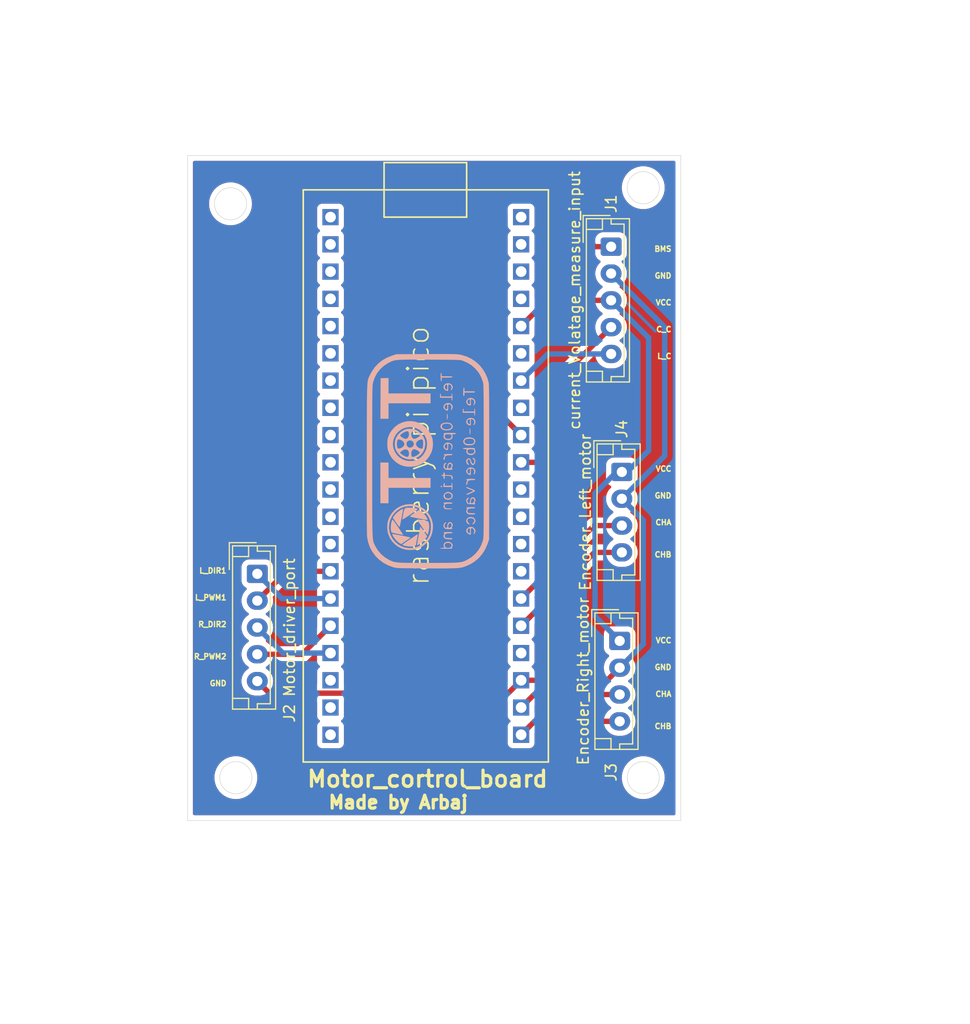
<source format=kicad_pcb>
(kicad_pcb (version 20240108) (generator "pcbnew") (generator_version "8.0")
  (layers (0 "F.Cu" signal) (31 "B.Cu" signal) (34 "B.Paste" user) (35 "F.Paste" user) (36 "B.SilkS" user "B.Silkscreen") (37 "F.SilkS" user "F.Silkscreen") (38 "B.Mask" user) (39 "F.Mask" user) (44 "Edge.Cuts" user))
  (net 0 "")
  (net 1 "Net-(J1-Pin_5)")
  (net 2 "Net-(J1-Pin_1)")
  (net 3 "Net-(J1-Pin_4)")
  (net 4 "Net-(J1-Pin_2)")
  (net 5 "Net-(J1-Pin_3)")
  (net 6 "Net-(J2-Pin_4)")
  (net 7 "Net-(J2-Pin_2)")
  (net 8 "Net-(J2-Pin_1)")
  (net 9 "Net-(J2-Pin_3)")
  (net 10 "Net-(J3-Pin_4)")
  (net 11 "Net-(J3-Pin_3)")
  (net 12 "Net-(J4-Pin_4)")
  (net 13 "Net-(J4-Pin_3)")
  (footprint "Connector_JST:JST_EH_B5B-EH-A_1x05_P2.50mm_Vertical" (layer "F.Cu") (at 174 82.5 -90)
    (property "Reference" "J1" (at -4 0 90) (layer "F.SilkS"))
    (property "Value" "current_Volatage_measure_input" (at 5 3.4 90) (layer "F.SilkS"))
    (pad "1" thru_hole roundrect (at 0 0 270) (size 1.7 1.95) (drill 0.95) (layers "*.Cu" "*.Mask") (roundrect_rratio 0.147059) (net 2 "Net-(J1-Pin_1)"))
    (pad "2" thru_hole oval (at 2.5 0 270) (size 1.7 1.95) (drill 0.95) (layers "*.Cu" "*.Mask") (net 4 "Net-(J1-Pin_2)"))
    (pad "3" thru_hole oval (at 5 0 270) (size 1.7 1.95) (drill 0.95) (layers "*.Cu" "*.Mask") (net 5 "Net-(J1-Pin_3)"))
    (pad "4" thru_hole oval (at 7.5 0 270) (size 1.7 1.95) (drill 0.95) (layers "*.Cu" "*.Mask") (net 3 "Net-(J1-Pin_4)"))
    (pad "5" thru_hole oval (at 10 0 270) (size 1.7 1.95) (drill 0.95) (layers "*.Cu" "*.Mask") (net 1 "Net-(J1-Pin_5)"))
  )
  (footprint "RASPBERRY_PI_PICO:RASPBERRY_PI_PICO" (layer "F.Cu") (at 156.7162 102.6012)
    (property "Reference" "U1" (hide yes))
    (property "Value" "RASPBERRY_PI_PICO")
    (fp_text user "rasberry pi pico" (at -0.7162 -0.6012 90) (layer "F.SilkS") (effects (font (size 2 2))))
    (pad "3V3" thru_hole rect (at 8.89 -12.7) (size 1.508 1.508) (drill 1) (layers "*.Cu" "*.Mask") (net 5 "Net-(J1-Pin_3)"))
    (pad "3V3_EN" thru_hole rect (at 8.89 -15.24) (size 1.508 1.508) (drill 1) (layers "*.Cu" "*.Mask"))
    (pad "ADC_VREF" thru_hole rect (at 8.89 -10.16) (size 1.508 1.508) (drill 1) (layers "*.Cu" "*.Mask"))
    (pad "AGND" thru_hole rect (at 8.89 -5.08) (size 1.508 1.508) (drill 1) (layers "*.Cu" "*.Mask"))
    (pad "GND" thru_hole rect (at 8.89 -17.78) (size 1.508 1.508) (drill 1) (layers "*.Cu" "*.Mask"))
    (pad "GND2" thru_hole rect (at 8.89 7.62) (size 1.508 1.508) (drill 1) (layers "*.Cu" "*.Mask"))
    (pad "GND3" thru_hole rect (at 8.89 20.32) (size 1.508 1.508) (drill 1) (layers "*.Cu" "*.Mask") (net 4 "Net-(J1-Pin_2)"))
    (pad "GND4" thru_hole rect (at -8.89 -17.78) (size 1.508 1.508) (drill 1) (layers "*.Cu" "*.Mask"))
    (pad "GND5" thru_hole rect (at -8.89 -5.08) (size 1.508 1.508) (drill 1) (layers "*.Cu" "*.Mask"))
    (pad "GND6" thru_hole rect (at -8.89 7.62) (size 1.508 1.508) (drill 1) (layers "*.Cu" "*.Mask"))
    (pad "GND7" thru_hole rect (at -8.89 20.32) (size 1.508 1.508) (drill 1) (layers "*.Cu" "*.Mask"))
    (pad "GP0" thru_hole rect (at -8.89 -22.86) (size 1.508 1.508) (drill 1) (layers "*.Cu" "*.Mask"))
    (pad "GP1" thru_hole rect (at -8.89 -20.32) (size 1.508 1.508) (drill 1) (layers "*.Cu" "*.Mask"))
    (pad "GP2" thru_hole rect (at -8.89 -15.24) (size 1.508 1.508) (drill 1) (layers "*.Cu" "*.Mask"))
    (pad "GP3" thru_hole rect (at -8.89 -12.7) (size 1.508 1.508) (drill 1) (layers "*.Cu" "*.Mask"))
    (pad "GP4" thru_hole rect (at -8.89 -10.16) (size 1.508 1.508) (drill 1) (layers "*.Cu" "*.Mask"))
    (pad "GP5" thru_hole rect (at -8.89 -7.62) (size 1.508 1.508) (drill 1) (layers "*.Cu" "*.Mask"))
    (pad "GP6" thru_hole rect (at -8.89 -2.54) (size 1.508 1.508) (drill 1) (layers "*.Cu" "*.Mask"))
    (pad "GP7" thru_hole rect (at -8.89 0) (size 1.508 1.508) (drill 1) (layers "*.Cu" "*.Mask"))
    (pad "GP8" thru_hole rect (at -8.89 2.54) (size 1.508 1.508) (drill 1) (layers "*.Cu" "*.Mask"))
    (pad "GP9" thru_hole rect (at -8.89 5.08) (size 1.508 1.508) (drill 1) (layers "*.Cu" "*.Mask"))
    (pad "GP10" thru_hole rect (at -8.89 10.16) (size 1.508 1.508) (drill 1) (layers "*.Cu" "*.Mask") (net 7 "Net-(J2-Pin_2)"))
    (pad "GP11" thru_hole rect (at -8.89 12.7) (size 1.508 1.508) (drill 1) (layers "*.Cu" "*.Mask") (net 8 "Net-(J2-Pin_1)"))
    (pad "GP12" thru_hole rect (at -8.89 15.24) (size 1.508 1.508) (drill 1) (layers "*.Cu" "*.Mask") (net 6 "Net-(J2-Pin_4)"))
    (pad "GP13" thru_hole rect (at -8.89 17.78) (size 1.508 1.508) (drill 1) (layers "*.Cu" "*.Mask") (net 9 "Net-(J2-Pin_3)"))
    (pad "GP14" thru_hole rect (at -8.89 22.86) (size 1.508 1.508) (drill 1) (layers "*.Cu" "*.Mask"))
    (pad "GP15" thru_hole rect (at -8.89 25.4) (size 1.508 1.508) (drill 1) (layers "*.Cu" "*.Mask"))
    (pad "GP16" thru_hole rect (at 8.89 25.4) (size 1.508 1.508) (drill 1) (layers "*.Cu" "*.Mask") (net 10 "Net-(J3-Pin_4)"))
    (pad "GP17" thru_hole rect (at 8.89 22.86) (size 1.508 1.508) (drill 1) (layers "*.Cu" "*.Mask") (net 11 "Net-(J3-Pin_3)"))
    (pad "GP18" thru_hole rect (at 8.89 17.78) (size 1.508 1.508) (drill 1) (layers "*.Cu" "*.Mask"))
    (pad "GP19" thru_hole rect (at 8.89 15.24) (size 1.508 1.508) (drill 1) (layers "*.Cu" "*.Mask") (net 12 "Net-(J4-Pin_4)"))
    (pad "GP20" thru_hole rect (at 8.89 12.7) (size 1.508 1.508) (drill 1) (layers "*.Cu" "*.Mask") (net 13 "Net-(J4-Pin_3)"))
    (pad "GP21" thru_hole rect (at 8.89 10.16) (size 1.508 1.508) (drill 1) (layers "*.Cu" "*.Mask"))
    (pad "GP22" thru_hole rect (at 8.89 5.08) (size 1.508 1.508) (drill 1) (layers "*.Cu" "*.Mask"))
    (pad "GP26_A0" thru_hole rect (at 8.89 0) (size 1.508 1.508) (drill 1) (layers "*.Cu" "*.Mask") (net 3 "Net-(J1-Pin_4)"))
    (pad "GP27_A1" thru_hole rect (at 8.89 -2.54) (size 1.508 1.508) (drill 1) (layers "*.Cu" "*.Mask") (net 2 "Net-(J1-Pin_1)"))
    (pad "GP28_A2" thru_hole rect (at 8.89 -7.62) (size 1.508 1.508) (drill 1) (layers "*.Cu" "*.Mask") (net 1 "Net-(J1-Pin_5)"))
    (pad "RUN" thru_hole rect (at 8.89 2.54) (size 1.508 1.508) (drill 1) (layers "*.Cu" "*.Mask"))
    (pad "VBUS" thru_hole rect (at 8.89 -22.86) (size 1.508 1.508) (drill 1) (layers "*.Cu" "*.Mask"))
    (pad "VSYS" thru_hole rect (at 8.89 -20.32) (size 1.508 1.508) (drill 1) (layers "*.Cu" "*.Mask"))
  )
  (footprint "Connector_JST:JST_EH_B4B-EH-A_1x04_P2.50mm_Vertical" (layer "F.Cu") (at 174.8 119.25 -90)
    (property "Reference" "J3" (at 12.25 0.8 90) (layer "F.SilkS"))
    (property "Value" "Encoder_Right_motor" (at 3.75 3.4 90) (layer "F.SilkS"))
    (pad "1" thru_hole roundrect (at 0 0 270) (size 1.7 1.95) (drill 0.95) (layers "*.Cu" "*.Mask") (roundrect_rratio 0.147059) (net 5 "Net-(J1-Pin_3)"))
    (pad "2" thru_hole oval (at 2.5 0 270) (size 1.7 1.95) (drill 0.95) (layers "*.Cu" "*.Mask") (net 4 "Net-(J1-Pin_2)"))
    (pad "3" thru_hole oval (at 5 0 270) (size 1.7 1.95) (drill 0.95) (layers "*.Cu" "*.Mask") (net 11 "Net-(J3-Pin_3)"))
    (pad "4" thru_hole oval (at 7.5 0 270) (size 1.7 1.95) (drill 0.95) (layers "*.Cu" "*.Mask") (net 10 "Net-(J3-Pin_4)"))
  )
  (footprint "Connector_JST:JST_EH_B4B-EH-A_1x04_P2.50mm_Vertical" (layer "F.Cu") (at 175 103.5 -90)
    (property "Reference" "J4" (at -4 0 90) (layer "F.SilkS"))
    (property "Value" "Encoder_Left_motor" (at 3.75 3.4 90) (layer "F.SilkS"))
    (pad "1" thru_hole roundrect (at 0 0 270) (size 1.7 1.95) (drill 0.95) (layers "*.Cu" "*.Mask") (roundrect_rratio 0.147059) (net 5 "Net-(J1-Pin_3)"))
    (pad "2" thru_hole oval (at 2.5 0 270) (size 1.7 1.95) (drill 0.95) (layers "*.Cu" "*.Mask") (net 4 "Net-(J1-Pin_2)"))
    (pad "3" thru_hole oval (at 5 0 270) (size 1.7 1.95) (drill 0.95) (layers "*.Cu" "*.Mask") (net 13 "Net-(J4-Pin_3)"))
    (pad "4" thru_hole oval (at 7.5 0 270) (size 1.7 1.95) (drill 0.95) (layers "*.Cu" "*.Mask") (net 12 "Net-(J4-Pin_4)"))
  )
  (footprint "Connector_JST:JST_EH_B5B-EH-A_1x05_P2.50mm_Vertical" (layer "F.Cu") (at 141 113 -90)
    (property "Reference" "J2" (at 13 -3 90) (layer "F.SilkS"))
    (property "Value" "Motor_driver_port" (at 5 -3 90) (layer "F.SilkS"))
    (pad "1" thru_hole roundrect (at 0 0 270) (size 1.7 1.95) (drill 0.95) (layers "*.Cu" "*.Mask") (roundrect_rratio 0.147059) (net 8 "Net-(J2-Pin_1)"))
    (pad "2" thru_hole oval (at 2.5 0 270) (size 1.7 1.95) (drill 0.95) (layers "*.Cu" "*.Mask") (net 7 "Net-(J2-Pin_2)"))
    (pad "3" thru_hole oval (at 5 0 270) (size 1.7 1.95) (drill 0.95) (layers "*.Cu" "*.Mask") (net 9 "Net-(J2-Pin_3)"))
    (pad "4" thru_hole oval (at 7.5 0 270) (size 1.7 1.95) (drill 0.95) (layers "*.Cu" "*.Mask") (net 6 "Net-(J2-Pin_4)"))
    (pad "5" thru_hole oval (at 10 0 270) (size 1.7 1.95) (drill 0.95) (layers "*.Cu" "*.Mask") (net 4 "Net-(J1-Pin_2)"))
  )
  (footprint "LOGOS.preety:toto" (layer "B.Cu") (at 157 102.5 -90)
    (property "Reference" "G***" (hide yes))
    (property "Value" "LOGO" (hide yes))
  )
  (gr_circle (center 177 132) (end 178.5 132) (stroke (width 0.05)) (fill none) (layer "Edge.Cuts"))
  (gr_circle (center 139 132) (end 140.5 132) (stroke (width 0.05)) (fill none) (layer "Edge.Cuts"))
  (gr_circle (center 177 77) (end 178.5 77) (stroke (width 0.05)) (fill none) (layer "Edge.Cuts"))
  (gr_rect (start 134.5 74) (end 180.5 136) (stroke (width 0.05)) (fill none) (layer "Edge.Cuts"))
  (gr_circle (center 138.5 78.5) (end 140 78.5) (stroke (width 0.05)) (fill none) (layer "Edge.Cuts"))
  (gr_text "GND\n" (at 178 85.5 0) (layer "F.SilkS") (effects (font (size 0.5 0.5) (thickness 0.125) (bold yes)) (justify left bottom)))
  (gr_text "CHA" (at 178.071429 124.5 0) (layer "F.SilkS") (effects (font (size 0.5 0.5) (thickness 0.125) (bold yes)) (justify left bottom)))
  (gr_text "L_C\n" (at 178.238096 93 0) (layer "F.SilkS") (effects (font (size 0.5 0.5) (thickness 0.125) (bold yes)) (justify left bottom)))
  (gr_text "Motor_cortrol_board\n" (at 145.5 133 0) (layer "F.SilkS") (effects (font (size 1.5 1.5) (thickness 0.3) (bold yes)) (justify left bottom)))
  (gr_text "L_DIR1" (at 135.523811 113 0) (layer "F.SilkS") (effects (font (size 0.5 0.5) (thickness 0.125) (bold yes)) (justify left bottom)))
  (gr_text "VCC" (at 178.095239 119.5 0) (layer "F.SilkS") (effects (font (size 0.5 0.5) (thickness 0.125) (bold yes)) (justify left bottom)))
  (gr_text "GND" (at 178 106 0) (layer "F.SilkS") (effects (font (size 0.5 0.5) (thickness 0.125) (bold yes)) (justify left bottom)))
  (gr_text "GND" (at 136.5 123.5 0) (layer "F.SilkS") (effects (font (size 0.5 0.5) (thickness 0.125) (bold yes)) (justify left bottom)))
  (gr_text "CHB" (at 178 127.5 0) (layer "F.SilkS") (effects (font (size 0.5 0.5) (thickness 0.125) (bold yes)) (justify left bottom)))
  (gr_text "L_PWM1" (at 135.119048 115.5 0) (layer "F.SilkS") (effects (font (size 0.5 0.5) (thickness 0.125) (bold yes)) (justify left bottom)))
  (gr_text "VCC" (at 178.095239 103.5 0) (layer "F.SilkS") (effects (font (size 0.5 0.5) (thickness 0.125) (bold yes)) (justify left bottom)))
  (gr_text "GND" (at 178 122 0) (layer "F.SilkS") (effects (font (size 0.5 0.5) (thickness 0.125) (bold yes)) (justify left bottom)))
  (gr_text "BMS\n" (at 177.976191 83 0) (layer "F.SilkS") (effects (font (size 0.5 0.5) (thickness 0.125) (bold yes)) (justify left bottom)))
  (gr_text "R_PWM2" (at 135.02381 121 0) (layer "F.SilkS") (effects (font (size 0.5 0.5) (thickness 0.125) (bold yes)) (justify left bottom)))
  (gr_text "VCC" (at 178.095239 88 0) (layer "F.SilkS") (effects (font (size 0.5 0.5) (thickness 0.125) (bold yes)) (justify left bottom)))
  (gr_text "CHB" (at 178 111.5 0) (layer "F.SilkS") (effects (font (size 0.5 0.5) (thickness 0.125) (bold yes)) (justify left bottom)))
  (gr_text "R_DIR2" (at 135.428573 118 0) (layer "F.SilkS") (effects (font (size 0.5 0.5) (thickness 0.125) (bold yes)) (justify left bottom)))
  (gr_text "C_C\n" (at 178.142858 90.5 0) (layer "F.SilkS") (effects (font (size 0.5 0.5) (thickness 0.125) (bold yes)) (justify left bottom)))
  (gr_text "CHA" (at 178.071429 108.5 0) (layer "F.SilkS") (effects (font (size 0.5 0.5) (thickness 0.125) (bold yes)) (justify left bottom)))
  (gr_text "Made by Arbaj" (at 147.5 135 0) (layer "F.SilkS") (effects (font (size 1.2 1.2) (thickness 0.3) (bold yes)) (justify left bottom)))
  (segment (start 168.0874 92.5) (end 165.6062 94.9812) (width 0.5) (layer "B.Cu") (net 1))
  (segment (start 174 92.5) (end 168.0874 92.5) (width 0.5) (layer "B.Cu") (net 1))
  (segment (start 162.5 80) (end 164.5 78) (width 0.5) (layer "F.Cu") (net 2))
  (segment (start 162.5 96.955) (end 162.5 80) (width 0.5) (layer "F.Cu") (net 2))
  (segment (start 172.5 82.5) (end 174 82.5) (width 0.5) (layer "F.Cu") (net 2))
  (segment (start 165.6062 100.0612) (end 162.5 96.955) (width 0.5) (layer "F.Cu") (net 2))
  (segment (start 164.5 78) (end 168 78) (width 0.5) (layer "F.Cu") (net 2))
  (segment (start 168 78) (end 172.5 82.5) (width 0.5) (layer "F.Cu") (net 2))
  (segment (start 167.3988 102.6012) (end 165.6062 102.6012) (width 0.5) (layer "F.Cu") (net 3))
  (segment (start 174 90) (end 169 95) (width 0.5) (layer "F.Cu") (net 3))
  (segment (start 169 101) (end 167.3988 102.6012) (width 0.5) (layer "F.Cu") (net 3))
  (segment (start 169 95) (end 169 101) (width 0.5) (layer "F.Cu") (net 3))
  (segment (start 165.6062 122.9212) (end 173.6288 122.9212) (width 0.5) (layer "F.Cu") (net 4))
  (segment (start 164.4022 124.1252) (end 142.1252 124.1252) (width 0.5) (layer "F.Cu") (net 4))
  (segment (start 173.6288 122.9212) (end 174.8 121.75) (width 0.5) (layer "F.Cu") (net 4))
  (segment (start 142.1252 124.1252) (end 141 123) (width 0.5) (layer "F.Cu") (net 4))
  (segment (start 165.6062 122.9212) (end 164.4022 124.1252) (width 0.5) (layer "F.Cu") (net 4))
  (segment (start 177 119.55) (end 174.8 121.75) (width 0.5) (layer "B.Cu") (net 4))
  (segment (start 177 108) (end 177 119.55) (width 0.5) (layer "B.Cu") (net 4))
  (segment (start 175 106) (end 177 108) (width 0.5) (layer "B.Cu") (net 4))
  (segment (start 179 90) (end 179 102) (width 0.5) (layer "B.Cu") (net 4))
  (segment (start 174 85) (end 179 90) (width 0.5) (layer "B.Cu") (net 4))
  (segment (start 179 102) (end 175 106) (width 0.5) (layer "B.Cu") (net 4))
  (segment (start 174 87.5) (end 168.0074 87.5) (width 0.5) (layer "F.Cu") (net 5))
  (segment (start 168.0074 87.5) (end 165.6062 89.9012) (width 0.5) (layer "F.Cu") (net 5))
  (segment (start 172.5 105.5) (end 174.5 103.5) (width 0.5) (layer "B.Cu") (net 5))
  (segment (start 177.5 101.5) (end 177.5 91) (width 0.5) (layer "B.Cu") (net 5))
  (segment (start 174.8 119.25) (end 172.5 116.95) (width 0.5) (layer "B.Cu") (net 5))
  (segment (start 175.5 103.5) (end 177.5 101.5) (width 0.5) (layer "B.Cu") (net 5))
  (segment (start 172.5 116.95) (end 172.5 105.5) (width 0.5) (layer "B.Cu") (net 5))
  (segment (start 174.5 103.5) (end 175 103.5) (width 0.5) (layer "B.Cu") (net 5))
  (segment (start 175 103.5) (end 175.5 103.5) (width 0.5) (layer "B.Cu") (net 5))
  (segment (start 177.5 91) (end 174 87.5) (width 0.5) (layer "B.Cu") (net 5))
  (segment (start 145.1674 120.5) (end 141 120.5) (width 0.5) (layer "F.Cu") (net 6))
  (segment (start 147.8262 117.8412) (end 145.1674 120.5) (width 0.5) (layer "F.Cu") (net 6))
  (segment (start 147.8262 112.7612) (end 143.7388 112.7612) (width 0.5) (layer "F.Cu") (net 7))
  (segment (start 143.7388 112.7612) (end 141 115.5) (width 0.5) (layer "F.Cu") (net 7))
  (segment (start 143.3012 115.3012) (end 141 113) (width 0.5) (layer "B.Cu") (net 8))
  (segment (start 147.8262 115.3012) (end 143.3012 115.3012) (width 0.5) (layer "B.Cu") (net 8))
  (segment (start 147.8262 120.3812) (end 143.3812 120.3812) (width 0.5) (layer "B.Cu") (net 9))
  (segment (start 143.3812 120.3812) (end 141 118) (width 0.5) (layer "B.Cu") (net 9))
  (segment (start 166.8574 126.75) (end 165.6062 128.0012) (width 0.5) (layer "F.Cu") (net 10))
  (segment (start 174.8 126.75) (end 166.8574 126.75) (width 0.5) (layer "F.Cu") (net 10))
  (segment (start 174.8 124.25) (end 166.8174 124.25) (width 0.5) (layer "F.Cu") (net 11))
  (segment (start 166.8174 124.25) (end 165.6062 125.4612) (width 0.5) (layer "F.Cu") (net 11))
  (segment (start 175 111) (end 172.4474 111) (width 0.5) (layer "F.Cu") (net 12))
  (segment (start 172.4474 111) (end 165.6062 117.8412) (width 0.5) (layer "F.Cu") (net 12))
  (segment (start 172.4074 108.5) (end 165.6062 115.3012) (width 0.5) (layer "F.Cu") (net 13))
  (segment (start 175 108.5) (end 172.4074 108.5) (width 0.5) (layer "F.Cu") (net 13))
  (zone (net 0) (net_name "") (layer "F.Cu") (connect_pads (clearance 0.5)) (min_thickness 0.25) (fill yes (thermal_gap 0.5) (thermal_bridge_width 0.5) (island_removal_mode 1) (island_area_min 10))
    (polygon (pts (xy 126 66) (xy 196 66.5) (xy 191.5 145) (xy 126.5 143) (xy 127.5 63)))
  )
  (zone (net 0) (net_name "") (layer "B.Cu") (priority 1) (connect_pads (clearance 0.5)) (min_thickness 0.25) (fill yes (thermal_gap 0.5) (thermal_bridge_width 0.5) (island_removal_mode 1) (island_area_min 10))
    (polygon (pts (xy 118 60.5) (xy 207.5 62) (xy 197 155) (xy 117 150.5) (xy 120 59.5)))
  )
)
</source>
